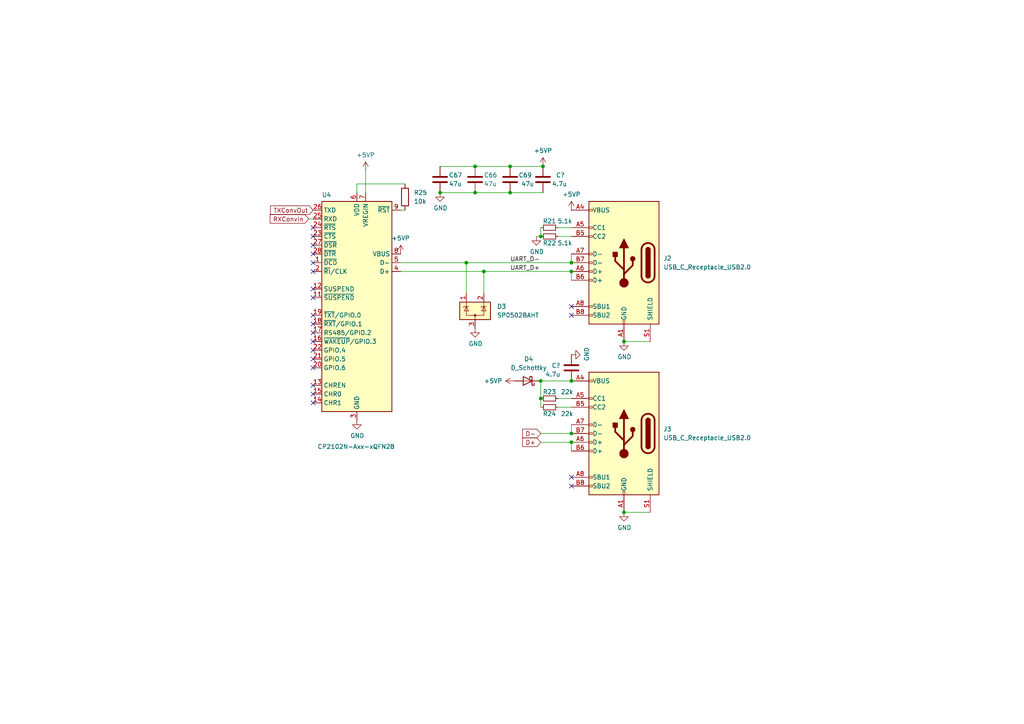
<source format=kicad_sch>
(kicad_sch (version 20230121) (generator eeschema)
  (paper "A4")
  (lib_symbols
    (symbol "Connector:USB_C_Receptacle_USB2.0" (pin_names (offset 1.016))
      (property "Reference" "J" (at -10.16 19.05 0))
      (property "Value" "USB_C_Receptacle_USB2.0" (at 19.05 19.05 0))
      (symbol "USB_C_Receptacle_USB2.0_0_0"
        (rectangle (start -0.254 -17.78) (end 0.254 -16.764))
        (rectangle (start 10.16 -14.986) (end 9.144 -15.494))
        (rectangle (start 10.16 -12.446) (end 9.144 -12.954))
        (rectangle (start 10.16 -4.826) (end 9.144 -5.334))
        (rectangle (start 10.16 -2.286) (end 9.144 -2.794))
        (rectangle (start 10.16 0.254) (end 9.144 -0.254))
        (rectangle (start 10.16 2.794) (end 9.144 2.286))
        (rectangle (start 10.16 7.874) (end 9.144 7.366))
        (rectangle (start 10.16 10.414) (end 9.144 9.906))
        (rectangle (start 10.16 15.494) (end 9.144 14.986))
      )
      (symbol "USB_C_Receptacle_USB2.0_0_1"
        (rectangle (start -10.16 17.78) (end 10.16 -17.78) (stroke (width 0.254)) (fill (type background)))
        (arc (start -8.89 -3.81) (mid -6.985 -5.7067) (end -5.08 -3.81) (stroke (width 0.508)))
        (arc (start -7.62 -3.81) (mid -6.985 -4.4423) (end -6.35 -3.81) (stroke (width 0.254)))
        (arc (start -7.62 -3.81) (mid -6.985 -4.4423) (end -6.35 -3.81) (stroke (width 0.254)) (fill (type outline)))
        (rectangle (start -7.62 -3.81) (end -6.35 3.81) (stroke (width 0.254)) (fill (type outline)))
        (arc (start -6.35 3.81) (mid -6.985 4.4423) (end -7.62 3.81) (stroke (width 0.254)))
        (arc (start -6.35 3.81) (mid -6.985 4.4423) (end -7.62 3.81) (stroke (width 0.254)) (fill (type outline)))
        (arc (start -5.08 3.81) (mid -6.985 5.7067) (end -8.89 3.81) (stroke (width 0.508)))
        (circle (center -2.54 1.143) (radius 0.635) (stroke (width 0.254)) (fill (type outline)))
        (circle (center 0 -5.842) (radius 1.27) (fill (type outline)))
        (polyline (pts (xy -8.89 -3.81) (xy -8.89 3.81)) (stroke (width 0.508)))
        (polyline (pts (xy -5.08 3.81) (xy -5.08 -3.81)) (stroke (width 0.508)))
        (polyline (pts (xy 0 -5.842) (xy 0 4.318)) (stroke (width 0.508)))
        (polyline (pts (xy 0 -3.302) (xy -2.54 -0.762) (xy -2.54 0.508)) (stroke (width 0.508)))
        (polyline (pts (xy 0 -2.032) (xy 2.54 0.508) (xy 2.54 1.778)) (stroke (width 0.508)))
        (polyline (pts (xy -1.27 4.318) (xy 0 6.858) (xy 1.27 4.318) (xy -1.27 4.318)) (stroke (width 0.254)) (fill (type outline)))
        (rectangle (start 1.905 1.778) (end 3.175 3.048) (stroke (width 0.254)) (fill (type outline)))
      )
      (symbol "USB_C_Receptacle_USB2.0_1_1"
        (pin passive line (at 0 -22.86 90) (length 5.08) (name "GND") (number "A1"))
        (pin passive line (at 0 -22.86 90) (length 5.08) hide (name "GND") (number "A12"))
        (pin passive line (at 15.24 15.24 180) (length 5.08) (name "VBUS") (number "A4"))
        (pin bidirectional line (at 15.24 10.16 180) (length 5.08) (name "CC1") (number "A5"))
        (pin bidirectional line (at 15.24 -2.54 180) (length 5.08) (name "D+") (number "A6"))
        (pin bidirectional line (at 15.24 2.54 180) (length 5.08) (name "D-") (number "A7"))
        (pin bidirectional line (at 15.24 -12.7 180) (length 5.08) (name "SBU1") (number "A8"))
        (pin passive line (at 15.24 15.24 180) (length 5.08) hide (name "VBUS") (number "A9"))
        (pin passive line (at 0 -22.86 90) (length 5.08) hide (name "GND") (number "B1"))
        (pin passive line (at 0 -22.86 90) (length 5.08) hide (name "GND") (number "B12"))
        (pin passive line (at 15.24 15.24 180) (length 5.08) hide (name "VBUS") (number "B4"))
        (pin bidirectional line (at 15.24 7.62 180) (length 5.08) (name "CC2") (number "B5"))
        (pin bidirectional line (at 15.24 -5.08 180) (length 5.08) (name "D+") (number "B6"))
        (pin bidirectional line (at 15.24 0 180) (length 5.08) (name "D-") (number "B7"))
        (pin bidirectional line (at 15.24 -15.24 180) (length 5.08) (name "SBU2") (number "B8"))
        (pin passive line (at 15.24 15.24 180) (length 5.08) hide (name "VBUS") (number "B9"))
        (pin passive line (at -7.62 -22.86 90) (length 5.08) (name "SHIELD") (number "S1"))
      )
    )
    (symbol "Device:C" (pin_numbers hide) (pin_names (offset 0.254))
      (property "Reference" "C" (at 0.635 2.54 0))
      (property "Value" "C" (at 0.635 -2.54 0))
      (symbol "C_0_1"
        (polyline (pts (xy -2.032 -0.762) (xy 2.032 -0.762)) (stroke (width 0.508)))
        (polyline (pts (xy -2.032 0.762) (xy 2.032 0.762)) (stroke (width 0.508)))
      )
      (symbol "C_1_1"
        (pin passive line (at 0 3.81 270) (length 2.794) (name "~") (number "1"))
        (pin passive line (at 0 -3.81 90) (length 2.794) (name "~") (number "2"))
      )
    )
    (symbol "Device:D_Schottky" (pin_numbers hide) (pin_names (offset 1.016) hide)
      (property "Reference" "D" (at 0 2.54 0))
      (property "Value" "D_Schottky" (at 0 -2.54 0))
      (symbol "D_Schottky_0_1"
        (polyline (pts (xy 1.27 0) (xy -1.27 0)))
        (polyline (pts (xy 1.27 1.27) (xy 1.27 -1.27) (xy -1.27 0) (xy 1.27 1.27)) (stroke (width 0.254)))
        (polyline (pts (xy -1.905 0.635) (xy -1.905 1.27) (xy -1.27 1.27) (xy -1.27 -1.27) (xy -0.635 -1.27) (xy -0.635 -0.635)) (stroke (width 0.254)))
      )
      (symbol "D_Schottky_1_1"
        (pin passive line (at -3.81 0 0) (length 2.54) (name "K") (number "1"))
        (pin passive line (at 3.81 0 180) (length 2.54) (name "A") (number "2"))
      )
    )
    (symbol "Device:R" (pin_numbers hide) (pin_names (offset 0))
      (property "Reference" "R" (at 2.032 0 90))
      (property "Value" "R" (at 0 0 90))
      (symbol "R_0_1"
        (rectangle (start -1.016 -2.54) (end 1.016 2.54) (stroke (width 0.254)))
      )
      (symbol "R_1_1"
        (pin passive line (at 0 3.81 270) (length 1.27) (name "~") (number "1"))
        (pin passive line (at 0 -3.81 90) (length 1.27) (name "~") (number "2"))
      )
    )
    (symbol "Device:R_Small" (pin_numbers hide) (pin_names (offset 0.254) hide)
      (property "Reference" "R" (at 0.762 0.508 0))
      (property "Value" "R_Small" (at 0.762 -1.016 0))
      (symbol "R_Small_0_1"
        (rectangle (start -0.762 1.778) (end 0.762 -1.778) (stroke (width 0.2032)))
      )
      (symbol "R_Small_1_1"
        (pin passive line (at 0 2.54 270) (length 0.762) (name "~") (number "1"))
        (pin passive line (at 0 -2.54 90) (length 0.762) (name "~") (number "2"))
      )
    )
    (symbol "Interface_USB:CP2102N-Axx-xQFN28"
      (property "Reference" "U" (at -8.89 31.75 0))
      (property "Value" "CP2102N-Axx-xQFN28" (at 12.7 31.75 0))
      (symbol "CP2102N-Axx-xQFN28_0_1"
        (rectangle (start -10.16 30.48) (end 10.16 -30.48) (stroke (width 0.254)) (fill (type background)))
      )
      (symbol "CP2102N-Axx-xQFN28_1_1"
        (pin input line (at 12.7 12.7 180) (length 2.54) (name "~{DCD}") (number "1"))
        (pin no_connect line (at -10.16 -27.94 0) (length 2.54) hide (name "NC") (number "10"))
        (pin output line (at 12.7 2.54 180) (length 2.54) (name "~{SUSPEND}") (number "11"))
        (pin output line (at 12.7 5.08 180) (length 2.54) (name "SUSPEND") (number "12"))
        (pin output line (at 12.7 -22.86 180) (length 2.54) (name "CHREN") (number "13"))
        (pin output line (at 12.7 -27.94 180) (length 2.54) (name "CHR1") (number "14"))
        (pin output line (at 12.7 -25.4 180) (length 2.54) (name "CHR0") (number "15"))
        (pin bidirectional line (at 12.7 -10.16 180) (length 2.54) (name "~{WAKEUP}/GPIO.3") (number "16"))
        (pin bidirectional line (at 12.7 -7.62 180) (length 2.54) (name "RS485/GPIO.2") (number "17"))
        (pin bidirectional line (at 12.7 -5.08 180) (length 2.54) (name "~{RXT}/GPIO.1") (number "18"))
        (pin bidirectional line (at 12.7 -2.54 180) (length 2.54) (name "~{TXT}/GPIO.0") (number "19"))
        (pin bidirectional line (at 12.7 10.16 180) (length 2.54) (name "~{RI}/CLK") (number "2"))
        (pin bidirectional line (at 12.7 -17.78 180) (length 2.54) (name "GPIO.6") (number "20"))
        (pin bidirectional line (at 12.7 -15.24 180) (length 2.54) (name "GPIO.5") (number "21"))
        (pin bidirectional line (at 12.7 -12.7 180) (length 2.54) (name "GPIO.4") (number "22"))
        (pin input line (at 12.7 20.32 180) (length 2.54) (name "~{CTS}") (number "23"))
        (pin output line (at 12.7 22.86 180) (length 2.54) (name "~{RTS}") (number "24"))
        (pin input line (at 12.7 25.4 180) (length 2.54) (name "RXD") (number "25"))
        (pin output line (at 12.7 27.94 180) (length 2.54) (name "TXD") (number "26"))
        (pin input line (at 12.7 17.78 180) (length 2.54) (name "~{DSR}") (number "27"))
        (pin output line (at 12.7 15.24 180) (length 2.54) (name "~{DTR}") (number "28"))
        (pin passive line (at 0 -33.02 90) (length 2.54) hide (name "GND") (number "29"))
        (pin power_in line (at 0 -33.02 90) (length 2.54) (name "GND") (number "3"))
        (pin bidirectional line (at -12.7 10.16 0) (length 2.54) (name "D+") (number "4"))
        (pin bidirectional line (at -12.7 12.7 0) (length 2.54) (name "D-") (number "5"))
        (pin power_in line (at 0 33.02 270) (length 2.54) (name "VDD") (number "6"))
        (pin power_in line (at -2.54 33.02 270) (length 2.54) (name "VREGIN") (number "7"))
        (pin input line (at -12.7 15.24 0) (length 2.54) (name "VBUS") (number "8"))
        (pin input line (at -12.7 27.94 0) (length 2.54) (name "~{RST}") (number "9"))
      )
    )
    (symbol "Power_Protection:SP0502BAHT" (pin_names hide)
      (property "Reference" "D" (at 5.715 2.54 0))
      (property "Value" "SP0502BAHT" (at 5.715 0.635 0))
      (symbol "SP0502BAHT_0_0"
        (pin passive line (at 0 -5.08 90) (length 2.54) (name "A") (number "3"))
      )
      (symbol "SP0502BAHT_0_1"
        (rectangle (start -4.445 2.54) (end 4.445 -2.54) (stroke (width 0.254)) (fill (type background)))
        (circle (center 0 -1.27) (radius 0.254) (fill (type outline)))
        (polyline (pts (xy -2.54 2.54) (xy -2.54 1.27)))
        (polyline (pts (xy 0 -1.27) (xy 0 -2.54)))
        (polyline (pts (xy 2.54 2.54) (xy 2.54 1.27)))
        (polyline (pts (xy -3.302 1.016) (xy -3.302 1.27) (xy -1.905 1.27) (xy -1.778 1.27)))
        (polyline (pts (xy -2.54 1.27) (xy -2.54 -1.27) (xy 2.54 -1.27) (xy 2.54 1.27)))
        (polyline (pts (xy -2.54 1.27) (xy -1.905 0) (xy -3.175 0) (xy -2.54 1.27)))
        (polyline (pts (xy 1.778 1.016) (xy 1.778 1.27) (xy 3.175 1.27) (xy 3.302 1.27)))
        (polyline (pts (xy 2.54 1.27) (xy 1.905 0) (xy 3.175 0) (xy 2.54 1.27)))
      )
      (symbol "SP0502BAHT_1_1"
        (pin passive line (at -2.54 5.08 270) (length 2.54) (name "K") (number "1"))
        (pin passive line (at 2.54 5.08 270) (length 2.54) (name "K") (number "2"))
      )
    )
    (symbol "power:+5VP" (power) (pin_names (offset 0))
      (property "Value" "+5VP" (at 0 3.556 0))
      (symbol "+5VP_0_1"
        (polyline (pts (xy -0.762 1.27) (xy 0 2.54)))
        (polyline (pts (xy 0 0) (xy 0 2.54)))
        (polyline (pts (xy 0 2.54) (xy 0.762 1.27)))
      )
      (symbol "+5VP_1_1"
        (pin power_in line (at 0 0 90) (length 0) hide (name "+5VP") (number "1"))
      )
    )
    (symbol "power:GND" (power) (pin_names (offset 0))
      (property "Value" "GND" (at 0 -3.81 0))
      (symbol "GND_0_1"
        (polyline (pts (xy 0 0) (xy 0 -1.27) (xy 1.27 -1.27) (xy 0 -2.54) (xy -1.27 -1.27) (xy 0 -1.27)))
      )
      (symbol "GND_1_1"
        (pin power_in line (at 0 0 270) (length 0) hide (name "GND") (number "1"))
      )
    )
  )
  (junction (at 165.735 128.27))
  (junction (at 180.975 99.06))
  (junction (at 180.975 148.59))
  (junction (at 135.255 76.2))
  (junction (at 137.795 48.26))
  (junction (at 156.845 110.49))
  (junction (at 165.735 78.74))
  (junction (at 140.335 78.74))
  (junction (at 156.845 68.58))
  (junction (at 157.48 48.26))
  (junction (at 165.735 125.73))
  (junction (at 137.795 55.88))
  (junction (at 165.735 76.2))
  (junction (at 147.955 55.88))
  (junction (at 165.735 110.49))
  (junction (at 156.845 115.57))
  (junction (at 127.635 55.88))
  (junction (at 147.955 48.26))
  (no_connect (at 165.735 88.9))
  (no_connect (at 90.805 71.12))
  (no_connect (at 165.735 140.97))
  (no_connect (at 90.805 111.76))
  (no_connect (at 90.805 104.14))
  (no_connect (at 90.805 83.82))
  (no_connect (at 165.735 91.44))
  (no_connect (at 90.805 76.2))
  (no_connect (at 90.805 116.84))
  (no_connect (at 90.805 78.74))
  (no_connect (at 90.805 99.06))
  (no_connect (at 165.735 138.43))
  (no_connect (at 90.805 106.68))
  (no_connect (at 90.805 101.6))
  (no_connect (at 90.805 114.3))
  (no_connect (at 90.805 66.04))
  (no_connect (at 90.805 96.52))
  (no_connect (at 90.805 68.58))
  (no_connect (at 90.805 93.98))
  (no_connect (at 90.805 91.44))
  (no_connect (at 90.805 86.36))
  (no_connect (at 90.805 73.66))
  (wire (pts (xy 165.735 73.66) (xy 165.735 76.2)))
  (wire (pts (xy 116.205 76.2) (xy 135.255 76.2)))
  (wire (pts (xy 161.925 115.57) (xy 165.735 115.57)))
  (wire (pts (xy 117.475 60.96) (xy 116.205 60.96)))
  (wire (pts (xy 165.735 128.27) (xy 165.735 130.81)))
  (wire (pts (xy 156.845 66.04) (xy 156.845 68.58)))
  (wire (pts (xy 106.045 49.53) (xy 106.045 55.88)))
  (wire (pts (xy 135.255 76.2) (xy 165.735 76.2)))
  (wire (pts (xy 157.48 55.88) (xy 147.955 55.88)))
  (wire (pts (xy 137.795 55.88) (xy 147.955 55.88)))
  (wire (pts (xy 180.975 148.59) (xy 188.595 148.59)))
  (wire (pts (xy 165.735 110.49) (xy 156.845 110.49)))
  (wire (pts (xy 117.475 53.34) (xy 103.505 53.34)))
  (wire (pts (xy 127.635 55.88) (xy 137.795 55.88)))
  (wire (pts (xy 147.955 48.26) (xy 157.48 48.26)))
  (wire (pts (xy 89.535 63.5) (xy 90.805 63.5)))
  (wire (pts (xy 165.735 78.74) (xy 165.735 81.28)))
  (wire (pts (xy 140.335 78.74) (xy 165.735 78.74)))
  (wire (pts (xy 156.845 115.57) (xy 156.845 118.11)))
  (wire (pts (xy 180.975 99.06) (xy 188.595 99.06)))
  (wire (pts (xy 161.925 68.58) (xy 165.735 68.58)))
  (wire (pts (xy 156.845 125.73) (xy 165.735 125.73)))
  (wire (pts (xy 165.735 123.19) (xy 165.735 125.73)))
  (wire (pts (xy 161.925 66.04) (xy 165.735 66.04)))
  (wire (pts (xy 135.255 76.2) (xy 135.255 85.09)))
  (wire (pts (xy 137.795 48.26) (xy 147.955 48.26)))
  (wire (pts (xy 116.205 78.74) (xy 140.335 78.74)))
  (wire (pts (xy 155.575 68.58) (xy 156.845 68.58)))
  (wire (pts (xy 156.845 128.27) (xy 165.735 128.27)))
  (wire (pts (xy 161.925 118.11) (xy 165.735 118.11)))
  (wire (pts (xy 127.635 48.26) (xy 137.795 48.26)))
  (wire (pts (xy 140.335 78.74) (xy 140.335 85.09)))
  (wire (pts (xy 103.505 53.34) (xy 103.505 55.88)))
  (wire (pts (xy 156.845 110.49) (xy 156.845 115.57)))
  (label "UART_D-" (at 147.955 76.2 0))
  (label "UART_D+" (at 147.955 78.74 0))
  (global_label "D+" (shape input) (at 156.845 128.27 180) (property "Intersheetrefs" "${INTERSHEET_REFS}" (effects hide)))
  (global_label "TXConvOut" (shape input) (at 90.805 60.96 180) (property "Intersheetrefs" "${INTERSHEET_REFS}" (effects hide)))
  (global_label "D-" (shape input) (at 156.845 125.73 180) (property "Intersheetrefs" "${INTERSHEET_REFS}" (effects hide)))
  (global_label "RXConvIn" (shape input) (at 89.535 63.5 180) (property "Intersheetrefs" "${INTERSHEET_REFS}" (effects hide)))
  (symbol (lib_id "Device:R_Small") (at 159.385 115.57 90) (unit 1)
    (property "Reference" "R23" (at 159.385 113.665 90))
    (property "Value" "22k" (at 164.465 113.665 90))
    (property "Footprint" "Resistor_SMD:R_0402_1005Metric_Pad0.72x0.64mm_HandSolder" (effects hide))
  )
  (symbol (lib_id "Device:R_Small") (at 159.385 66.04 90) (unit 1)
    (property "Reference" "R21" (at 159.385 64.135 90))
    (property "Value" "5.1k" (at 163.83 64.135 90))
    (property "Footprint" "Resistor_SMD:R_0402_1005Metric_Pad0.72x0.64mm_HandSolder" (effects hide))
  )
  (symbol (lib_id "Device:R_Small") (at 159.385 118.11 90) (unit 1)
    (property "Reference" "R24" (at 159.385 120.015 90))
    (property "Value" "22k" (at 164.465 120.015 90))
    (property "Footprint" "Resistor_SMD:R_0402_1005Metric_Pad0.72x0.64mm_HandSolder" (effects hide))
  )
  (symbol (lib_id "power:+5VP") (at 116.205 73.66 0) (unit 1)
    (property "Reference" "#PWR095" (effects hide))
    (property "Value" "+5VP" (at 116.205 69.088 0))
  )
  (symbol (lib_id "power:GND") (at 103.505 121.92 0) (mirror y) (unit 1)
    (property "Reference" "#PWR093" (effects hide))
    (property "Value" "GND" (at 101.6 126.365 0) (effects (justify right)))
  )
  (symbol (lib_id "Power_Protection:SP0502BAHT") (at 137.795 90.17 0) (unit 1)
    (property "Reference" "D3" (at 144.145 88.9 0) (effects (justify left)))
    (property "Value" "SP0502BAHT" (at 144.145 91.44 0) (effects (justify left)))
    (property "Footprint" "Package_TO_SOT_SMD:SOT-23" (effects hide))
    (property "Datasheet" "http://www.littelfuse.com/~/media/files/littelfuse/technical%20resources/documents/data%20sheets/sp05xxba.pdf" (effects hide))
  )
  (symbol (lib_id "Connector:USB_C_Receptacle_USB2.0") (at 180.975 76.2 0) (mirror y) (unit 1)
    (property "Reference" "J2" (at 192.405 74.93 0) (effects (justify right)))
    (property "Value" "USB_C_Receptacle_USB2.0" (at 192.405 77.47 0) (effects (justify right)))
    (property "Footprint" "Connector_USB:USB_C_Receptacle_Palconn_UTC16-G" (effects hide))
    (property "Datasheet" "https://www.usb.org/sites/default/files/documents/usb_type-c.zip" (effects hide))
  )
  (symbol (lib_id "Device:R_Small") (at 159.385 68.58 90) (unit 1)
    (property "Reference" "R22" (at 159.385 70.485 90))
    (property "Value" "5.1k" (at 163.83 70.485 90))
    (property "Footprint" "Resistor_SMD:R_0402_1005Metric_Pad0.72x0.64mm_HandSolder" (effects hide))
  )
  (symbol (lib_id "Interface_USB:CP2102N-Axx-xQFN28") (at 103.505 88.9 0) (mirror y) (unit 1)
    (property "Reference" "U4" (at 93.345 56.515 0) (effects (justify right)))
    (property "Value" "CP2102N-Axx-xQFN28" (at 92.075 129.54 0) (effects (justify right)))
    (property "Footprint" "Package_DFN_QFN:QFN-28-1EP_5x5mm_P0.5mm_EP3.35x3.35mm" (effects hide))
    (property "Datasheet" "https://www.silabs.com/documents/public/data-sheets/cp2102n-datasheet.pdf" (effects hide))
  )
  (symbol (lib_id "power:GND") (at 137.795 95.25 0) (mirror y) (unit 1)
    (property "Reference" "#PWR096" (effects hide))
    (property "Value" "GND" (at 135.89 99.695 0) (effects (justify right)))
  )
  (symbol (lib_id "power:+5VP") (at 149.225 110.49 90) (unit 1)
    (property "Reference" "#PWR089" (effects hide))
    (property "Value" "+5VP" (at 140.335 110.49 90) (effects (justify right)))
  )
  (symbol (lib_id "power:GND") (at 180.975 99.06 0) (mirror y) (unit 1)
    (property "Reference" "#PWR090" (effects hide))
    (property "Value" "GND" (at 179.07 103.505 0) (effects (justify right)))
  )
  (symbol (lib_id "power:+5VP") (at 165.735 60.96 0) (unit 1)
    (property "Reference" "#PWR087" (effects hide))
    (property "Value" "+5VP" (at 165.735 56.388 0))
  )
  (symbol (lib_id "Device:C") (at 137.795 52.07 0) (mirror y) (unit 1)
    (property "Reference" "C66" (at 140.335 50.8 0) (effects (justify right)))
    (property "Value" "47u" (at 140.335 53.34 0) (effects (justify right)))
    (property "Footprint" "Capacitor_SMD:C_1206_3216Metric_Pad1.33x1.80mm_HandSolder" (effects hide))
  )
  (symbol (lib_id "power:GND") (at 155.575 68.58 0) (mirror y) (unit 1)
    (property "Reference" "#PWR092" (effects hide))
    (property "Value" "GND" (at 153.67 73.025 0) (effects (justify right)))
  )
  (symbol (lib_id "power:+5VP") (at 106.045 49.53 0) (unit 1)
    (property "Reference" "#PWR094" (effects hide))
    (property "Value" "+5VP" (at 106.045 44.958 0))
  )
  (symbol (lib_id "power:GND") (at 165.735 102.87 90) (mirror x) (unit 1)
    (property "Reference" "#PWR097" (effects hide))
    (property "Value" "GND" (at 170.18 104.775 0) (effects (justify right)))
  )
  (symbol (lib_id "power:GND") (at 127.635 55.88 0) (mirror y) (unit 1)
    (property "Reference" "#PWR088" (effects hide))
    (property "Value" "GND" (at 125.73 60.325 0) (effects (justify right)))
  )
  (symbol (lib_id "Device:C") (at 127.635 52.07 0) (mirror y) (unit 1)
    (property "Reference" "C67" (at 130.175 50.8 0) (effects (justify right)))
    (property "Value" "47u" (at 130.175 53.34 0) (effects (justify right)))
    (property "Footprint" "Capacitor_SMD:C_1206_3216Metric_Pad1.33x1.80mm_HandSolder" (effects hide))
  )
  (symbol (lib_id "Connector:USB_C_Receptacle_USB2.0") (at 180.975 125.73 0) (mirror y) (unit 1)
    (property "Reference" "J3" (at 192.405 124.46 0) (effects (justify right)))
    (property "Value" "USB_C_Receptacle_USB2.0" (at 192.405 127 0) (effects (justify right)))
    (property "Footprint" "Connector_USB:USB_C_Receptacle_Palconn_UTC16-G" (effects hide))
    (property "Datasheet" "https://www.usb.org/sites/default/files/documents/usb_type-c.zip" (effects hide))
  )
  (symbol (lib_id "Device:C") (at 147.955 52.07 0) (mirror y) (unit 1)
    (property "Reference" "C69" (at 154.305 50.8 0) (effects (justify left)))
    (property "Value" "47u" (at 154.94 53.34 0) (effects (justify left)))
    (property "Footprint" "Capacitor_SMD:C_1206_3216Metric_Pad1.33x1.80mm_HandSolder" (effects hide))
  )
  (symbol (lib_id "Device:C") (at 157.48 52.07 0) (mirror y) (unit 1)
    (property "Reference" "C?" (at 163.83 50.8 0) (effects (justify left)))
    (property "Value" "4.7u" (at 164.465 53.34 0) (effects (justify left)))
    (property "Footprint" "Capacitor_SMD:C_0402_1005Metric_Pad0.74x0.62mm_HandSolder" (effects hide))
    (instances (project "H616_devboard" (path "" (reference "C?") (unit 1)) (path "" (reference "C68") (unit 1))))
  )
  (symbol (lib_id "power:GND") (at 180.975 148.59 0) (mirror y) (unit 1)
    (property "Reference" "#PWR091" (effects hide))
    (property "Value" "GND" (at 179.07 153.035 0) (effects (justify right)))
  )
  (symbol (lib_id "Device:D_Schottky") (at 153.035 110.49 180) (unit 1)
    (property "Reference" "D4" (at 153.3525 104.14 0))
    (property "Value" "D_Schottky" (at 153.3525 106.68 0))
    (property "Footprint" "Diode_SMD:D_SOD-323_HandSoldering" (effects hide))
  )
  (symbol (lib_id "Device:C") (at 165.735 106.68 0) (mirror y) (unit 1)
    (property "Reference" "C?" (at 162.56 106.045 0) (effects (justify left)))
    (property "Value" "4.7u" (at 162.56 108.585 0) (effects (justify left)))
    (property "Footprint" "Capacitor_SMD:C_0402_1005Metric_Pad0.74x0.62mm_HandSolder" (effects hide))
    (instances (project "H616_devboard" (path "" (reference "C?") (unit 1)) (path "" (reference "C65") (unit 1))))
  )
  (symbol (lib_id "power:+5VP") (at 157.48 48.26 0) (unit 1)
    (property "Reference" "#PWR086" (effects hide))
    (property "Value" "+5VP" (at 157.48 43.688 0))
  )
  (symbol (lib_id "Device:R") (at 117.475 57.15 0) (unit 1)
    (property "Reference" "R25" (at 120.015 55.88 0) (effects (justify left)))
    (property "Value" "10k" (at 120.015 58.42 0) (effects (justify left)))
    (property "Footprint" "Resistor_SMD:R_0402_1005Metric_Pad0.72x0.64mm_HandSolder" (effects hide))
  )
)
</source>
